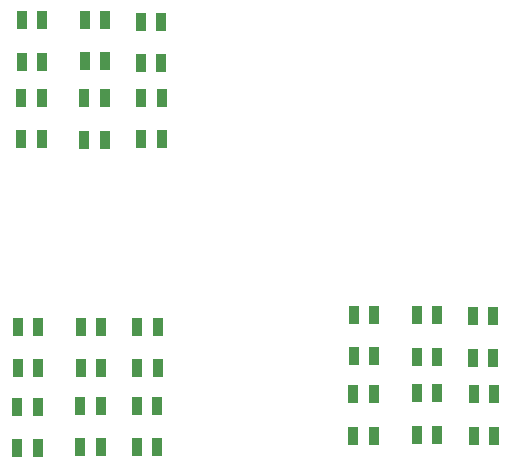
<source format=gbr>
%TF.GenerationSoftware,KiCad,Pcbnew,(5.1.10)-1*%
%TF.CreationDate,2023-02-12T14:12:42-06:00*%
%TF.ProjectId,neopixel_board,6e656f70-6978-4656-9c5f-626f6172642e,rev?*%
%TF.SameCoordinates,Original*%
%TF.FileFunction,Paste,Top*%
%TF.FilePolarity,Positive*%
%FSLAX46Y46*%
G04 Gerber Fmt 4.6, Leading zero omitted, Abs format (unit mm)*
G04 Created by KiCad (PCBNEW (5.1.10)-1) date 2023-02-12 14:12:42*
%MOMM*%
%LPD*%
G01*
G04 APERTURE LIST*
%ADD10R,0.850000X1.600000*%
G04 APERTURE END LIST*
D10*
%TO.C,D18*%
X142505400Y-95989200D03*
X140755400Y-95989200D03*
X142505400Y-99489200D03*
X140755400Y-99489200D03*
%TD*%
%TO.C,D12*%
X113955800Y-96954400D03*
X112205800Y-96954400D03*
X113955800Y-100454400D03*
X112205800Y-100454400D03*
%TD*%
%TO.C,D17*%
X137679400Y-95887600D03*
X135929400Y-95887600D03*
X137679400Y-99387600D03*
X135929400Y-99387600D03*
%TD*%
%TO.C,D11*%
X109180600Y-96954400D03*
X107430600Y-96954400D03*
X109180600Y-100454400D03*
X107430600Y-100454400D03*
%TD*%
%TO.C,D16*%
X132294600Y-95989200D03*
X130544600Y-95989200D03*
X132294600Y-99489200D03*
X130544600Y-99489200D03*
%TD*%
%TO.C,D10*%
X103846600Y-97056000D03*
X102096600Y-97056000D03*
X103846600Y-100556000D03*
X102096600Y-100556000D03*
%TD*%
%TO.C,D15*%
X142403800Y-89385200D03*
X140653800Y-89385200D03*
X142403800Y-92885200D03*
X140653800Y-92885200D03*
%TD*%
%TO.C,D9*%
X114006600Y-90248800D03*
X112256600Y-90248800D03*
X114006600Y-93748800D03*
X112256600Y-93748800D03*
%TD*%
%TO.C,D14*%
X137679400Y-89283600D03*
X135929400Y-89283600D03*
X137679400Y-92783600D03*
X135929400Y-92783600D03*
%TD*%
%TO.C,D8*%
X109231400Y-90248800D03*
X107481400Y-90248800D03*
X109231400Y-93748800D03*
X107481400Y-93748800D03*
%TD*%
%TO.C,D13*%
X132345400Y-89232800D03*
X130595400Y-89232800D03*
X132345400Y-92732800D03*
X130595400Y-92732800D03*
%TD*%
%TO.C,D7*%
X103897400Y-90248800D03*
X102147400Y-90248800D03*
X103897400Y-93748800D03*
X102147400Y-93748800D03*
%TD*%
%TO.C,D1*%
X104227600Y-64302700D03*
X102477600Y-64302700D03*
X104227600Y-67802700D03*
X102477600Y-67802700D03*
%TD*%
%TO.C,D2*%
X109561600Y-64290000D03*
X107811600Y-64290000D03*
X109561600Y-67790000D03*
X107811600Y-67790000D03*
%TD*%
%TO.C,D3*%
X114311400Y-64442400D03*
X112561400Y-64442400D03*
X114311400Y-67942400D03*
X112561400Y-67942400D03*
%TD*%
%TO.C,D6*%
X114362200Y-70894000D03*
X112612200Y-70894000D03*
X114362200Y-74394000D03*
X112612200Y-74394000D03*
%TD*%
%TO.C,D5*%
X109523500Y-70906700D03*
X107773500Y-70906700D03*
X109523500Y-74406700D03*
X107773500Y-74406700D03*
%TD*%
%TO.C,D4*%
X104189500Y-70855900D03*
X102439500Y-70855900D03*
X104189500Y-74355900D03*
X102439500Y-74355900D03*
%TD*%
M02*

</source>
